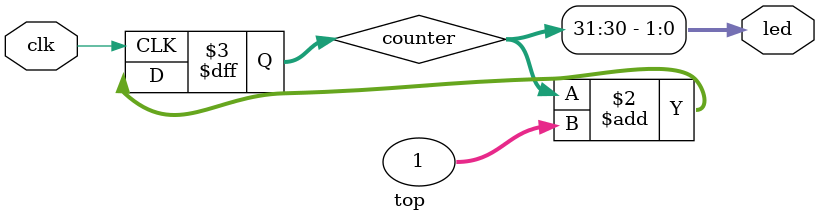
<source format=v>
module top ( led, clk );
    output [1:0] led;
    input clk;
    reg [31:0] counter;

    always @(posedge clk)
       counter <= counter + 1;

    assign led[1:0] = counter[31:30];
endmodule

</source>
